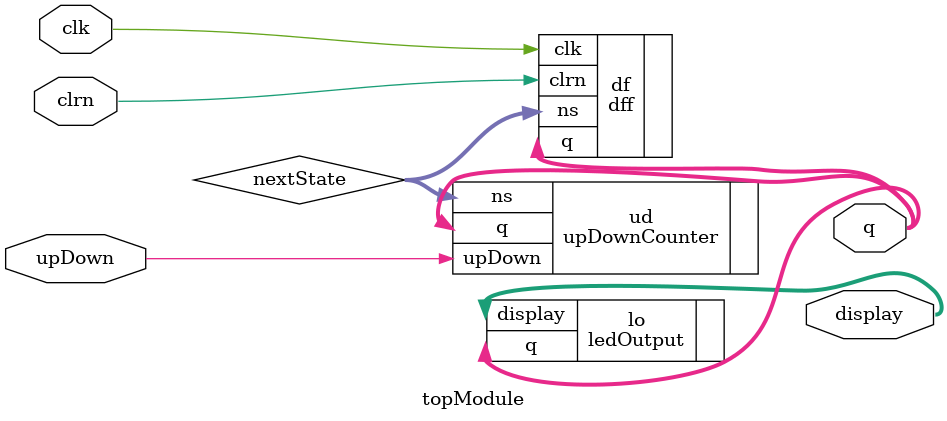
<source format=v>
`timescale 1ns / 1ps


module topModule(
    clk,
    clrn,
    upDown,
    q,
    display
     );
input clrn,upDown,clk;
output [2:0] q;
output [6:0] display;


wire [2:0] nextState;
//wire [2:0] currentState;


dff df(.ns(nextState),.clk(clk), .clrn(clrn), .q(q) );
ledOutput lo(.q(q), .display(display));
upDownCounter ud(.ns(nextState), .q(q), .upDown(upDown));


endmodule


</source>
